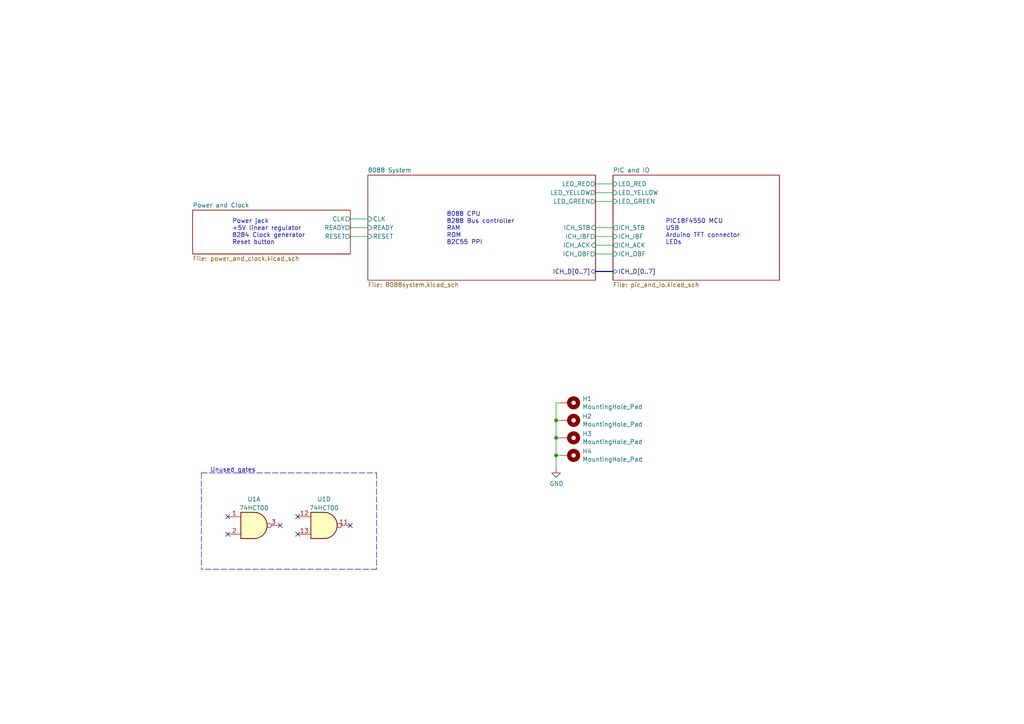
<source format=kicad_sch>
(kicad_sch (version 20211123) (generator eeschema)
  (paper "A4")
  (title_block (title "Tralala 8088 Homebrew Computer") (date "2023-01-17") (rev "1") (company "Copyright (C) 2016, 2017, 2022, 2023 Nikolay Nikolov <nickysn@users.sourceforge.net>") (comment 1 "PO Box 1866, Mountain View, CA 94042, USA.") (comment 2 "http://creativecommons.org/licenses/by-sa/3.0/ or send a letter to Creative Commons,") (comment 3 "License. To view a copy of this license, visit") (comment 4 "This work is licensed under the Creative Commons Attribution-ShareAlike 3.0 Unported"))
  (lib_symbols
    (symbol "74xx:74HC00" (pin_names (offset 1.016))
      (property "Reference" "U" (at 0 1.27 0))
      (property "Value" "74HC00" (at 0 -1.27 0))
      (symbol "74HC00_1_1"
        (arc (start 0 -3.81) (mid 3.81 0) (end 0 3.81) (stroke (width 0.254)) (fill (type background)))
        (polyline (pts (xy 0 3.81) (xy -3.81 3.81) (xy -3.81 -3.81) (xy 0 -3.81)) (stroke (width 0.254)) (fill (type background)))
        (pin input line (at -7.62 2.54 0) (length 3.81) (name "~") (number "1"))
        (pin input line (at -7.62 -2.54 0) (length 3.81) (name "~") (number "2"))
        (pin output inverted (at 7.62 0 180) (length 3.81) (name "~") (number "3"))
      )
      (symbol "74HC00_1_2"
        (arc (start -3.81 -3.81) (mid -2.589 0) (end -3.81 3.81) (stroke (width 0.254)))
        (arc (start -0.6096 -3.81) (mid 2.1842 -2.5851) (end 3.81 0) (stroke (width 0.254)) (fill (type background)))
        (polyline (pts (xy -3.81 -3.81) (xy -0.635 -3.81)) (stroke (width 0.254)) (fill (type background)))
        (polyline (pts (xy -3.81 3.81) (xy -0.635 3.81)) (stroke (width 0.254)) (fill (type background)))
        (polyline (pts (xy -0.635 3.81) (xy -3.81 3.81) (xy -3.81 3.81) (xy -3.556 3.4036) (xy -3.0226 2.2606) (xy -2.6924 1.0414) (xy -2.6162 -0.254) (xy -2.7686 -1.4986) (xy -3.175 -2.7178) (xy -3.81 -3.81) (xy -3.81 -3.81) (xy -0.635 -3.81)) (stroke (width -25.4)) (fill (type background)))
        (arc (start 3.81 0) (mid 2.1915 2.5936) (end -0.6096 3.81) (stroke (width 0.254)) (fill (type background)))
        (pin input inverted (at -7.62 2.54 0) (length 4.318) (name "~") (number "1"))
        (pin input inverted (at -7.62 -2.54 0) (length 4.318) (name "~") (number "2"))
        (pin output line (at 7.62 0 180) (length 3.81) (name "~") (number "3"))
      )
      (symbol "74HC00_2_1"
        (arc (start 0 -3.81) (mid 3.81 0) (end 0 3.81) (stroke (width 0.254)) (fill (type background)))
        (polyline (pts (xy 0 3.81) (xy -3.81 3.81) (xy -3.81 -3.81) (xy 0 -3.81)) (stroke (width 0.254)) (fill (type background)))
        (pin input line (at -7.62 2.54 0) (length 3.81) (name "~") (number "4"))
        (pin input line (at -7.62 -2.54 0) (length 3.81) (name "~") (number "5"))
        (pin output inverted (at 7.62 0 180) (length 3.81) (name "~") (number "6"))
      )
      (symbol "74HC00_2_2"
        (arc (start -3.81 -3.81) (mid -2.589 0) (end -3.81 3.81) (stroke (width 0.254)))
        (arc (start -0.6096 -3.81) (mid 2.1842 -2.5851) (end 3.81 0) (stroke (width 0.254)) (fill (type background)))
        (polyline (pts (xy -3.81 -3.81) (xy -0.635 -3.81)) (stroke (width 0.254)) (fill (type background)))
        (polyline (pts (xy -3.81 3.81) (xy -0.635 3.81)) (stroke (width 0.254)) (fill (type background)))
        (polyline (pts (xy -0.635 3.81) (xy -3.81 3.81) (xy -3.81 3.81) (xy -3.556 3.4036) (xy -3.0226 2.2606) (xy -2.6924 1.0414) (xy -2.6162 -0.254) (xy -2.7686 -1.4986) (xy -3.175 -2.7178) (xy -3.81 -3.81) (xy -3.81 -3.81) (xy -0.635 -3.81)) (stroke (width -25.4)) (fill (type background)))
        (arc (start 3.81 0) (mid 2.1915 2.5936) (end -0.6096 3.81) (stroke (width 0.254)) (fill (type background)))
        (pin input inverted (at -7.62 2.54 0) (length 4.318) (name "~") (number "4"))
        (pin input inverted (at -7.62 -2.54 0) (length 4.318) (name "~") (number "5"))
        (pin output line (at 7.62 0 180) (length 3.81) (name "~") (number "6"))
      )
      (symbol "74HC00_3_1"
        (arc (start 0 -3.81) (mid 3.81 0) (end 0 3.81) (stroke (width 0.254)) (fill (type background)))
        (polyline (pts (xy 0 3.81) (xy -3.81 3.81) (xy -3.81 -3.81) (xy 0 -3.81)) (stroke (width 0.254)) (fill (type background)))
        (pin input line (at -7.62 -2.54 0) (length 3.81) (name "~") (number "10"))
        (pin output inverted (at 7.62 0 180) (length 3.81) (name "~") (number "8"))
        (pin input line (at -7.62 2.54 0) (length 3.81) (name "~") (number "9"))
      )
      (symbol "74HC00_3_2"
        (arc (start -3.81 -3.81) (mid -2.589 0) (end -3.81 3.81) (stroke (width 0.254)))
        (arc (start -0.6096 -3.81) (mid 2.1842 -2.5851) (end 3.81 0) (stroke (width 0.254)) (fill (type background)))
        (polyline (pts (xy -3.81 -3.81) (xy -0.635 -3.81)) (stroke (width 0.254)) (fill (type background)))
        (polyline (pts (xy -3.81 3.81) (xy -0.635 3.81)) (stroke (width 0.254)) (fill (type background)))
        (polyline (pts (xy -0.635 3.81) (xy -3.81 3.81) (xy -3.81 3.81) (xy -3.556 3.4036) (xy -3.0226 2.2606) (xy -2.6924 1.0414) (xy -2.6162 -0.254) (xy -2.7686 -1.4986) (xy -3.175 -2.7178) (xy -3.81 -3.81) (xy -3.81 -3.81) (xy -0.635 -3.81)) (stroke (width -25.4)) (fill (type background)))
        (arc (start 3.81 0) (mid 2.1915 2.5936) (end -0.6096 3.81) (stroke (width 0.254)) (fill (type background)))
        (pin input inverted (at -7.62 -2.54 0) (length 4.318) (name "~") (number "10"))
        (pin output line (at 7.62 0 180) (length 3.81) (name "~") (number "8"))
        (pin input inverted (at -7.62 2.54 0) (length 4.318) (name "~") (number "9"))
      )
      (symbol "74HC00_4_1"
        (arc (start 0 -3.81) (mid 3.81 0) (end 0 3.81) (stroke (width 0.254)) (fill (type background)))
        (polyline (pts (xy 0 3.81) (xy -3.81 3.81) (xy -3.81 -3.81) (xy 0 -3.81)) (stroke (width 0.254)) (fill (type background)))
        (pin output inverted (at 7.62 0 180) (length 3.81) (name "~") (number "11"))
        (pin input line (at -7.62 2.54 0) (length 3.81) (name "~") (number "12"))
        (pin input line (at -7.62 -2.54 0) (length 3.81) (name "~") (number "13"))
      )
      (symbol "74HC00_4_2"
        (arc (start -3.81 -3.81) (mid -2.589 0) (end -3.81 3.81) (stroke (width 0.254)))
        (arc (start -0.6096 -3.81) (mid 2.1842 -2.5851) (end 3.81 0) (stroke (width 0.254)) (fill (type background)))
        (polyline (pts (xy -3.81 -3.81) (xy -0.635 -3.81)) (stroke (width 0.254)) (fill (type background)))
        (polyline (pts (xy -3.81 3.81) (xy -0.635 3.81)) (stroke (width 0.254)) (fill (type background)))
        (polyline (pts (xy -0.635 3.81) (xy -3.81 3.81) (xy -3.81 3.81) (xy -3.556 3.4036) (xy -3.0226 2.2606) (xy -2.6924 1.0414) (xy -2.6162 -0.254) (xy -2.7686 -1.4986) (xy -3.175 -2.7178) (xy -3.81 -3.81) (xy -3.81 -3.81) (xy -0.635 -3.81)) (stroke (width -25.4)) (fill (type background)))
        (arc (start 3.81 0) (mid 2.1915 2.5936) (end -0.6096 3.81) (stroke (width 0.254)) (fill (type background)))
        (pin output line (at 7.62 0 180) (length 3.81) (name "~") (number "11"))
        (pin input inverted (at -7.62 2.54 0) (length 4.318) (name "~") (number "12"))
        (pin input inverted (at -7.62 -2.54 0) (length 4.318) (name "~") (number "13"))
      )
      (symbol "74HC00_5_0"
        (pin power_in line (at 0 12.7 270) (length 5.08) (name "VCC") (number "14"))
        (pin power_in line (at 0 -12.7 90) (length 5.08) (name "GND") (number "7"))
      )
      (symbol "74HC00_5_1"
        (rectangle (start -5.08 7.62) (end 5.08 -7.62) (stroke (width 0.254)) (fill (type background)))
      )
    )
    (symbol "Mechanical:MountingHole_Pad" (pin_numbers hide) (pin_names (offset 1.016) hide)
      (property "Reference" "H" (at 0 6.35 0))
      (property "Value" "MountingHole_Pad" (at 0 4.445 0))
      (symbol "MountingHole_Pad_0_1"
        (circle (center 0 1.27) (radius 1.27) (stroke (width 1.27)))
      )
      (symbol "MountingHole_Pad_1_1"
        (pin input line (at 0 -2.54 90) (length 2.54) (name "1") (number "1"))
      )
    )
    (symbol "power:GND" (power) (pin_names (offset 0))
      (property "Value" "GND" (at 0 -3.81 0))
      (symbol "GND_0_1"
        (polyline (pts (xy 0 0) (xy 0 -1.27) (xy 1.27 -1.27) (xy 0 -2.54) (xy -1.27 -1.27) (xy 0 -1.27)))
      )
      (symbol "GND_1_1"
        (pin power_in line (at 0 0 270) (length 0) hide (name "GND") (number "1"))
      )
    )
  )
  (junction (at 161.29 121.92))
  (junction (at 161.29 127))
  (junction (at 161.29 132.08))
  (no_connect (at 66.04 154.94))
  (no_connect (at 66.04 149.86))
  (no_connect (at 86.36 154.94))
  (no_connect (at 81.28 152.4))
  (no_connect (at 101.6 152.4))
  (no_connect (at 86.36 149.86))
  (wire (pts (xy 162.56 116.84) (xy 161.29 116.84)))
  (wire (pts (xy 161.29 116.84) (xy 161.29 121.92)))
  (wire (pts (xy 101.6 66.04) (xy 106.68 66.04)))
  (wire (pts (xy 172.72 66.04) (xy 177.8 66.04)))
  (polyline (pts (xy 58.42 137.16) (xy 109.22 137.16)))
  (wire (pts (xy 162.56 127) (xy 161.29 127)))
  (wire (pts (xy 161.29 127) (xy 161.29 132.08)))
  (wire (pts (xy 172.72 68.58) (xy 177.8 68.58)))
  (polyline (pts (xy 109.22 165.1) (xy 58.42 165.1)))
  (polyline (pts (xy 109.22 137.16) (xy 109.22 165.1)))
  (wire (pts (xy 162.56 121.92) (xy 161.29 121.92)))
  (bus (pts (xy 172.72 78.74) (xy 177.8 78.74)))
  (wire (pts (xy 101.6 63.5) (xy 106.68 63.5)))
  (wire (pts (xy 172.72 58.42) (xy 177.8 58.42)))
  (wire (pts (xy 161.29 121.92) (xy 161.29 127)))
  (wire (pts (xy 172.72 71.12) (xy 177.8 71.12)))
  (polyline (pts (xy 58.42 137.16) (xy 58.42 165.1)))
  (wire (pts (xy 172.72 73.66) (xy 177.8 73.66)))
  (wire (pts (xy 172.72 53.34) (xy 177.8 53.34)))
  (wire (pts (xy 172.72 55.88) (xy 177.8 55.88)))
  (wire (pts (xy 162.56 132.08) (xy 161.29 132.08)))
  (wire (pts (xy 161.29 132.08) (xy 161.29 135.89)))
  (wire (pts (xy 101.6 68.58) (xy 106.68 68.58)))
  (text "Power jack\n+5V linear regulator\n8284 Clock generator\nReset button" (at 67.31 71.12 0) (effects (font (size 1.27 1.27)) (justify left bottom)))
  (text "Unused gates" (at 60.96 137.16 0) (effects (font (size 1.27 1.27)) (justify left bottom)))
  (text "8088 CPU\n8288 Bus controller\nRAM\nROM\n82C55 PPI" (at 129.54 71.12 0) (effects (font (size 1.27 1.27)) (justify left bottom)))
  (text "PIC18F4550 MCU\nUSB\nArduino TFT connector\nLEDs" (at 193.04 71.12 0) (effects (font (size 1.27 1.27)) (justify left bottom)))
  (symbol (lib_id "Mechanical:MountingHole_Pad") (at 165.1 116.84 270) (unit 1)
    (property "Reference" "H1" (at 168.91 115.6716 90) (effects (justify left)))
    (property "Value" "MountingHole_Pad" (at 168.91 117.983 90) (effects (justify left)))
    (property "Footprint" "MountingHole:MountingHole_3.2mm_M3_Pad" (effects hide))
  )
  (symbol (lib_id "Mechanical:MountingHole_Pad") (at 165.1 121.92 270) (unit 1)
    (property "Reference" "H2" (at 168.91 120.7516 90) (effects (justify left)))
    (property "Value" "MountingHole_Pad" (at 168.91 123.063 90) (effects (justify left)))
    (property "Footprint" "MountingHole:MountingHole_3.2mm_M3_Pad" (effects hide))
  )
  (symbol (lib_id "Mechanical:MountingHole_Pad") (at 165.1 127 270) (unit 1)
    (property "Reference" "H3" (at 168.91 125.8316 90) (effects (justify left)))
    (property "Value" "MountingHole_Pad" (at 168.91 128.143 90) (effects (justify left)))
    (property "Footprint" "MountingHole:MountingHole_3.2mm_M3_Pad" (effects hide))
  )
  (symbol (lib_id "Mechanical:MountingHole_Pad") (at 165.1 132.08 270) (unit 1)
    (property "Reference" "H4" (at 168.91 130.9116 90) (effects (justify left)))
    (property "Value" "MountingHole_Pad" (at 168.91 133.223 90) (effects (justify left)))
    (property "Footprint" "MountingHole:MountingHole_3.2mm_M3_Pad" (effects hide))
  )
  (symbol (lib_id "power:GND") (at 161.29 135.89 0) (unit 1)
    (property "Reference" "#PWR01" (effects hide))
    (property "Value" "GND" (at 161.417 140.2842 0))
  )
  (symbol (lib_id "74xx:74HC00") (at 73.66 152.4 0) (unit 1)
    (property "Reference" "U1" (at 73.66 144.78 0))
    (property "Value" "74HCT00" (at 73.66 147.32 0))
    (property "Footprint" "Package_DIP:DIP-14_W7.62mm" (effects hide))
    (property "Datasheet" "http://www.ti.com/lit/gpn/sn74hc00" (effects hide))
  )
  (symbol (lib_id "74xx:74HC00") (at 93.98 152.4 0) (unit 4)
    (property "Reference" "U1" (at 93.98 144.78 0))
    (property "Value" "74HCT00" (at 93.98 147.32 0))
    (property "Footprint" "Package_DIP:DIP-14_W7.62mm" (effects hide))
    (property "Datasheet" "http://www.ti.com/lit/gpn/sn74hc00" (effects hide))
  )
  (sheet (at 55.88 60.96) (size 45.72 12.7) (stroke (width 0.1524))
    (property "Sheet name" "Power and Clock" (at 55.88 60.2484 0) (effects (justify left bottom)))
    (property "Sheet file" "power_and_clock.kicad_sch" (at 55.88 74.2446 0) (effects (justify left top)))
    (pin "CLK" output (at 101.6 63.5 0))
    (pin "READY" output (at 101.6 66.04 0))
    (pin "RESET" output (at 101.6 68.58 0))
  )
  (sheet (at 106.68 50.8) (size 66.04 30.48) (stroke (width 0.1524))
    (property "Sheet name" "8088 System" (at 106.68 50.0884 0) (effects (justify left bottom)))
    (property "Sheet file" "8088system.kicad_sch" (at 106.68 81.8646 0) (effects (justify left top)))
    (pin "CLK" input (at 106.68 63.5 180))
    (pin "READY" input (at 106.68 66.04 180))
    (pin "RESET" input (at 106.68 68.58 180))
    (pin "LED_RED" output (at 172.72 53.34 0))
    (pin "LED_YELLOW" output (at 172.72 55.88 0))
    (pin "LED_GREEN" output (at 172.72 58.42 0))
    (pin "ICH_OBF" output (at 172.72 73.66 0))
    (pin "ICH_IBF" output (at 172.72 68.58 0))
    (pin "ICH_ACK" input (at 172.72 71.12 0))
    (pin "ICH_STB" input (at 172.72 66.04 0))
    (pin "ICH_D[0..7]" bidirectional (at 172.72 78.74 0))
  )
  (sheet (at 177.8 50.8) (size 48.26 30.48) (stroke (width 0.1524))
    (property "Sheet name" "PIC and IO" (at 177.8 50.0884 0) (effects (justify left bottom)))
    (property "Sheet file" "pic_and_io.kicad_sch" (at 177.8 81.8646 0) (effects (justify left top)))
    (pin "LED_GREEN" input (at 177.8 58.42 180))
    (pin "LED_RED" input (at 177.8 53.34 180))
    (pin "LED_YELLOW" input (at 177.8 55.88 180))
    (pin "ICH_OBF" input (at 177.8 73.66 180))
    (pin "ICH_IBF" input (at 177.8 68.58 180))
    (pin "ICH_STB" output (at 177.8 66.04 180))
    (pin "ICH_ACK" output (at 177.8 71.12 180))
    (pin "ICH_D[0..7]" bidirectional (at 177.8 78.74 180))
  )
)
</source>
